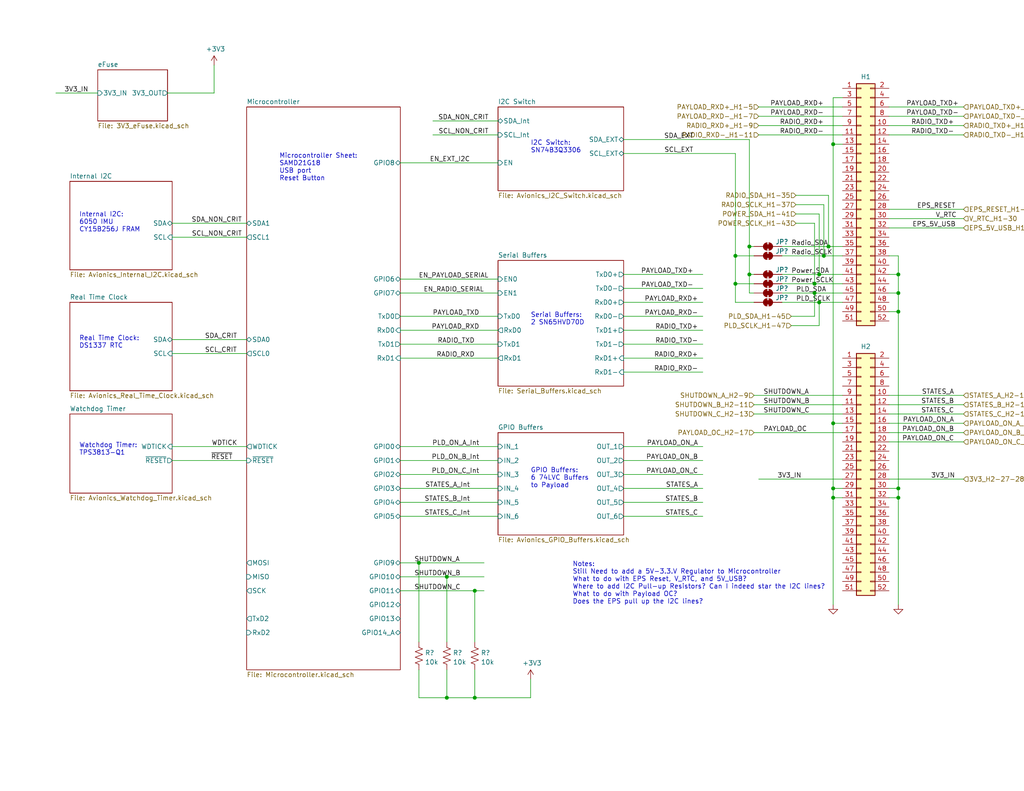
<source format=kicad_sch>
(kicad_sch (version 20211123) (generator eeschema)
  (paper "A")
  (title_block (title "Avionics Board") (rev "A") (company "SilverSat Limited"))
  (lib_symbols
    (symbol "Connector_Generic:Conn_02x26_Odd_Even" (pin_names (offset 1.016) hide)
      (property "Reference" "J" (at 1.27 33.02 0))
      (property "Value" "Conn_02x26_Odd_Even" (at 1.27 -35.56 0))
      (symbol "Conn_02x26_Odd_Even_1_1"
        (rectangle (start -1.27 -32.893) (end 0 -33.147) (stroke (width 0.1524)))
        (rectangle (start -1.27 -30.353) (end 0 -30.607) (stroke (width 0.1524)))
        (rectangle (start -1.27 -27.813) (end 0 -28.067) (stroke (width 0.1524)))
        (rectangle (start -1.27 -25.273) (end 0 -25.527) (stroke (width 0.1524)))
        (rectangle (start -1.27 -22.733) (end 0 -22.987) (stroke (width 0.1524)))
        (rectangle (start -1.27 -20.193) (end 0 -20.447) (stroke (width 0.1524)))
        (rectangle (start -1.27 -17.653) (end 0 -17.907) (stroke (width 0.1524)))
        (rectangle (start -1.27 -15.113) (end 0 -15.367) (stroke (width 0.1524)))
        (rectangle (start -1.27 -12.573) (end 0 -12.827) (stroke (width 0.1524)))
        (rectangle (start -1.27 -10.033) (end 0 -10.287) (stroke (width 0.1524)))
        (rectangle (start -1.27 -7.493) (end 0 -7.747) (stroke (width 0.1524)))
        (rectangle (start -1.27 -4.953) (end 0 -5.207) (stroke (width 0.1524)))
        (rectangle (start -1.27 -2.413) (end 0 -2.667) (stroke (width 0.1524)))
        (rectangle (start -1.27 0.127) (end 0 -0.127) (stroke (width 0.1524)))
        (rectangle (start -1.27 2.667) (end 0 2.413) (stroke (width 0.1524)))
        (rectangle (start -1.27 5.207) (end 0 4.953) (stroke (width 0.1524)))
        (rectangle (start -1.27 7.747) (end 0 7.493) (stroke (width 0.1524)))
        (rectangle (start -1.27 10.287) (end 0 10.033) (stroke (width 0.1524)))
        (rectangle (start -1.27 12.827) (end 0 12.573) (stroke (width 0.1524)))
        (rectangle (start -1.27 15.367) (end 0 15.113) (stroke (width 0.1524)))
        (rectangle (start -1.27 17.907) (end 0 17.653) (stroke (width 0.1524)))
        (rectangle (start -1.27 20.447) (end 0 20.193) (stroke (width 0.1524)))
        (rectangle (start -1.27 22.987) (end 0 22.733) (stroke (width 0.1524)))
        (rectangle (start -1.27 25.527) (end 0 25.273) (stroke (width 0.1524)))
        (rectangle (start -1.27 28.067) (end 0 27.813) (stroke (width 0.1524)))
        (rectangle (start -1.27 30.607) (end 0 30.353) (stroke (width 0.1524)))
        (rectangle (start -1.27 31.75) (end 3.81 -34.29) (stroke (width 0.254)) (fill (type background)))
        (rectangle (start 3.81 -32.893) (end 2.54 -33.147) (stroke (width 0.1524)))
        (rectangle (start 3.81 -30.353) (end 2.54 -30.607) (stroke (width 0.1524)))
        (rectangle (start 3.81 -27.813) (end 2.54 -28.067) (stroke (width 0.1524)))
        (rectangle (start 3.81 -25.273) (end 2.54 -25.527) (stroke (width 0.1524)))
        (rectangle (start 3.81 -22.733) (end 2.54 -22.987) (stroke (width 0.1524)))
        (rectangle (start 3.81 -20.193) (end 2.54 -20.447) (stroke (width 0.1524)))
        (rectangle (start 3.81 -17.653) (end 2.54 -17.907) (stroke (width 0.1524)))
        (rectangle (start 3.81 -15.113) (end 2.54 -15.367) (stroke (width 0.1524)))
        (rectangle (start 3.81 -12.573) (end 2.54 -12.827) (stroke (width 0.1524)))
        (rectangle (start 3.81 -10.033) (end 2.54 -10.287) (stroke (width 0.1524)))
        (rectangle (start 3.81 -7.493) (end 2.54 -7.747) (stroke (width 0.1524)))
        (rectangle (start 3.81 -4.953) (end 2.54 -5.207) (stroke (width 0.1524)))
        (rectangle (start 3.81 -2.413) (end 2.54 -2.667) (stroke (width 0.1524)))
        (rectangle (start 3.81 0.127) (end 2.54 -0.127) (stroke (width 0.1524)))
        (rectangle (start 3.81 2.667) (end 2.54 2.413) (stroke (width 0.1524)))
        (rectangle (start 3.81 5.207) (end 2.54 4.953) (stroke (width 0.1524)))
        (rectangle (start 3.81 7.747) (end 2.54 7.493) (stroke (width 0.1524)))
        (rectangle (start 3.81 10.287) (end 2.54 10.033) (stroke (width 0.1524)))
        (rectangle (start 3.81 12.827) (end 2.54 12.573) (stroke (width 0.1524)))
        (rectangle (start 3.81 15.367) (end 2.54 15.113) (stroke (width 0.1524)))
        (rectangle (start 3.81 17.907) (end 2.54 17.653) (stroke (width 0.1524)))
        (rectangle (start 3.81 20.447) (end 2.54 20.193) (stroke (width 0.1524)))
        (rectangle (start 3.81 22.987) (end 2.54 22.733) (stroke (width 0.1524)))
        (rectangle (start 3.81 25.527) (end 2.54 25.273) (stroke (width 0.1524)))
        (rectangle (start 3.81 28.067) (end 2.54 27.813) (stroke (width 0.1524)))
        (rectangle (start 3.81 30.607) (end 2.54 30.353) (stroke (width 0.1524)))
        (pin passive line (at -5.08 30.48 0) (length 3.81) (name "Pin_1") (number "1"))
        (pin passive line (at 7.62 20.32 180) (length 3.81) (name "Pin_10") (number "10"))
        (pin passive line (at -5.08 17.78 0) (length 3.81) (name "Pin_11") (number "11"))
        (pin passive line (at 7.62 17.78 180) (length 3.81) (name "Pin_12") (number "12"))
        (pin passive line (at -5.08 15.24 0) (length 3.81) (name "Pin_13") (number "13"))
        (pin passive line (at 7.62 15.24 180) (length 3.81) (name "Pin_14") (number "14"))
        (pin passive line (at -5.08 12.7 0) (length 3.81) (name "Pin_15") (number "15"))
        (pin passive line (at 7.62 12.7 180) (length 3.81) (name "Pin_16") (number "16"))
        (pin passive line (at -5.08 10.16 0) (length 3.81) (name "Pin_17") (number "17"))
        (pin passive line (at 7.62 10.16 180) (length 3.81) (name "Pin_18") (number "18"))
        (pin passive line (at -5.08 7.62 0) (length 3.81) (name "Pin_19") (number "19"))
        (pin passive line (at 7.62 30.48 180) (length 3.81) (name "Pin_2") (number "2"))
        (pin passive line (at 7.62 7.62 180) (length 3.81) (name "Pin_20") (number "20"))
        (pin passive line (at -5.08 5.08 0) (length 3.81) (name "Pin_21") (number "21"))
        (pin passive line (at 7.62 5.08 180) (length 3.81) (name "Pin_22") (number "22"))
        (pin passive line (at -5.08 2.54 0) (length 3.81) (name "Pin_23") (number "23"))
        (pin passive line (at 7.62 2.54 180) (length 3.81) (name "Pin_24") (number "24"))
        (pin passive line (at -5.08 0 0) (length 3.81) (name "Pin_25") (number "25"))
        (pin passive line (at 7.62 0 180) (length 3.81) (name "Pin_26") (number "26"))
        (pin passive line (at -5.08 -2.54 0) (length 3.81) (name "Pin_27") (number "27"))
        (pin passive line (at 7.62 -2.54 180) (length 3.81) (name "Pin_28") (number "28"))
        (pin passive line (at -5.08 -5.08 0) (length 3.81) (name "Pin_29") (number "29"))
        (pin passive line (at -5.08 27.94 0) (length 3.81) (name "Pin_3") (number "3"))
        (pin passive line (at 7.62 -5.08 180) (length 3.81) (name "Pin_30") (number "30"))
        (pin passive line (at -5.08 -7.62 0) (length 3.81) (name "Pin_31") (number "31"))
        (pin passive line (at 7.62 -7.62 180) (length 3.81) (name "Pin_32") (number "32"))
        (pin passive line (at -5.08 -10.16 0) (length 3.81) (name "Pin_33") (number "33"))
        (pin passive line (at 7.62 -10.16 180) (length 3.81) (name "Pin_34") (number "34"))
        (pin passive line (at -5.08 -12.7 0) (length 3.81) (name "Pin_35") (number "35"))
        (pin passive line (at 7.62 -12.7 180) (length 3.81) (name "Pin_36") (number "36"))
        (pin passive line (at -5.08 -15.24 0) (length 3.81) (name "Pin_37") (number "37"))
        (pin passive line (at 7.62 -15.24 180) (length 3.81) (name "Pin_38") (number "38"))
        (pin passive line (at -5.08 -17.78 0) (length 3.81) (name "Pin_39") (number "39"))
        (pin passive line (at 7.62 27.94 180) (length 3.81) (name "Pin_4") (number "4"))
        (pin passive line (at 7.62 -17.78 180) (length 3.81) (name "Pin_40") (number "40"))
        (pin passive line (at -5.08 -20.32 0) (length 3.81) (name "Pin_41") (number "41"))
        (pin passive line (at 7.62 -20.32 180) (length 3.81) (name "Pin_42") (number "42"))
        (pin passive line (at -5.08 -22.86 0) (length 3.81) (name "Pin_43") (number "43"))
        (pin passive line (at 7.62 -22.86 180) (length 3.81) (name "Pin_44") (number "44"))
        (pin passive line (at -5.08 -25.4 0) (length 3.81) (name "Pin_45") (number "45"))
        (pin passive line (at 7.62 -25.4 180) (length 3.81) (name "Pin_46") (number "46"))
        (pin passive line (at -5.08 -27.94 0) (length 3.81) (name "Pin_47") (number "47"))
        (pin passive line (at 7.62 -27.94 180) (length 3.81) (name "Pin_48") (number "48"))
        (pin passive line (at -5.08 -30.48 0) (length 3.81) (name "Pin_49") (number "49"))
        (pin passive line (at -5.08 25.4 0) (length 3.81) (name "Pin_5") (number "5"))
        (pin passive line (at 7.62 -30.48 180) (length 3.81) (name "Pin_50") (number "50"))
        (pin passive line (at -5.08 -33.02 0) (length 3.81) (name "Pin_51") (number "51"))
        (pin passive line (at 7.62 -33.02 180) (length 3.81) (name "Pin_52") (number "52"))
        (pin passive line (at 7.62 25.4 180) (length 3.81) (name "Pin_6") (number "6"))
        (pin passive line (at -5.08 22.86 0) (length 3.81) (name "Pin_7") (number "7"))
        (pin passive line (at 7.62 22.86 180) (length 3.81) (name "Pin_8") (number "8"))
        (pin passive line (at -5.08 20.32 0) (length 3.81) (name "Pin_9") (number "9"))
      )
    )
    (symbol "Device:R_US" (pin_numbers hide) (pin_names (offset 0))
      (property "Reference" "R" (at 2.54 0 90))
      (property "Value" "R_US" (at -2.54 0 90))
      (symbol "R_US_0_1"
        (polyline (pts (xy 0 -2.286) (xy 0 -2.54)))
        (polyline (pts (xy 0 2.286) (xy 0 2.54)))
        (polyline (pts (xy 0 -0.762) (xy 1.016 -1.143) (xy 0 -1.524) (xy -1.016 -1.905) (xy 0 -2.286)))
        (polyline (pts (xy 0 0.762) (xy 1.016 0.381) (xy 0 0) (xy -1.016 -0.381) (xy 0 -0.762)))
        (polyline (pts (xy 0 2.286) (xy 1.016 1.905) (xy 0 1.524) (xy -1.016 1.143) (xy 0 0.762)))
      )
      (symbol "R_US_1_1"
        (pin passive line (at 0 3.81 270) (length 1.27) (name "~") (number "1"))
        (pin passive line (at 0 -3.81 90) (length 1.27) (name "~") (number "2"))
      )
    )
    (symbol "Jumper:SolderJumper_2_Bridged" (pin_numbers hide) (pin_names (offset 0) hide)
      (property "Reference" "JP" (at 0 2.032 0))
      (property "Value" "SolderJumper_2_Bridged" (at 0 -2.54 0))
      (symbol "SolderJumper_2_Bridged_0_1"
        (rectangle (start -0.508 0.508) (end 0.508 -0.508) (fill (type outline)))
        (arc (start -0.254 1.016) (mid -1.27 0) (end -0.254 -1.016))
        (arc (start -0.254 1.016) (mid -1.27 0) (end -0.254 -1.016) (fill (type outline)))
        (polyline (pts (xy -0.254 1.016) (xy -0.254 -1.016)))
        (polyline (pts (xy 0.254 1.016) (xy 0.254 -1.016)))
        (arc (start 0.254 -1.016) (mid 1.27 0) (end 0.254 1.016))
        (arc (start 0.254 -1.016) (mid 1.27 0) (end 0.254 1.016) (fill (type outline)))
      )
      (symbol "SolderJumper_2_Bridged_1_1"
        (pin passive line (at -3.81 0 0) (length 2.54) (name "A") (number "1"))
        (pin passive line (at 3.81 0 180) (length 2.54) (name "B") (number "2"))
      )
    )
    (symbol "SolderJumper_2_Bridged_1" (pin_numbers hide) (pin_names (offset 0) hide)
      (property "Reference" "JP" (at 0 2.032 0))
      (property "Value" "SolderJumper_2_Bridged_1" (at 0 -2.54 0))
      (symbol "SolderJumper_2_Bridged_1_0_1"
        (rectangle (start -0.508 0.508) (end 0.508 -0.508) (fill (type outline)))
        (arc (start -0.254 1.016) (mid -1.27 0) (end -0.254 -1.016))
        (arc (start -0.254 1.016) (mid -1.27 0) (end -0.254 -1.016) (fill (type outline)))
        (polyline (pts (xy -0.254 1.016) (xy -0.254 -1.016)))
        (polyline (pts (xy 0.254 1.016) (xy 0.254 -1.016)))
        (arc (start 0.254 -1.016) (mid 1.27 0) (end 0.254 1.016))
        (arc (start 0.254 -1.016) (mid 1.27 0) (end 0.254 1.016) (fill (type outline)))
      )
      (symbol "SolderJumper_2_Bridged_1_1_1"
        (pin passive line (at -3.81 0 0) (length 2.54) (name "A") (number "1"))
        (pin passive line (at 3.81 0 180) (length 2.54) (name "B") (number "2"))
      )
    )
    (symbol "power:+3.3V" (power) (pin_names (offset 0))
      (property "Value" "+3.3V" (at 0 3.556 0))
      (symbol "+3.3V_0_1"
        (polyline (pts (xy -0.762 1.27) (xy 0 2.54)))
        (polyline (pts (xy 0 0) (xy 0 2.54)))
        (polyline (pts (xy 0 2.54) (xy 0.762 1.27)))
      )
      (symbol "+3.3V_1_1"
        (pin power_in line (at 0 0 90) (length 0) hide (name "+3V3") (number "1"))
      )
    )
    (symbol "power:GND" (power) (pin_names (offset 0))
      (property "Value" "GND" (at 0 -3.81 0))
      (symbol "GND_0_1"
        (polyline (pts (xy 0 0) (xy 0 -1.27) (xy 1.27 -1.27) (xy 0 -2.54) (xy -1.27 -1.27) (xy 0 -1.27)))
      )
      (symbol "GND_1_1"
        (pin power_in line (at 0 0 270) (length 0) hide (name "GND") (number "1"))
      )
    )
  )
  (junction (at 227.33 39.37))
  (junction (at 245.11 135.89))
  (junction (at 129.54 161.29))
  (junction (at 227.33 135.89))
  (junction (at 223.52 82.55))
  (junction (at 227.33 133.35))
  (junction (at 129.54 190.5))
  (junction (at 245.11 80.01))
  (junction (at 224.79 69.85))
  (junction (at 245.11 85.09))
  (junction (at 204.47 67.31))
  (junction (at 222.25 77.47))
  (junction (at 114.3 153.67))
  (junction (at 200.66 77.47))
  (junction (at 245.11 74.93))
  (junction (at 226.06 67.31))
  (junction (at 227.33 115.57))
  (junction (at 121.92 157.48))
  (junction (at 121.92 190.5))
  (junction (at 204.47 74.93))
  (junction (at 223.52 74.93))
  (junction (at 200.66 69.85))
  (junction (at 222.25 80.01))
  (junction (at 245.11 133.35))
  (wire (pts (xy 121.92 190.5) (xy 129.54 190.5)))
  (wire (pts (xy 245.11 133.35) (xy 245.11 135.89)))
  (wire (pts (xy 242.57 113.03) (xy 262.89 113.03)))
  (wire (pts (xy 207.01 29.21) (xy 229.87 29.21)))
  (wire (pts (xy 67.31 64.77) (xy 46.99 64.77)))
  (wire (pts (xy 227.33 135.89) (xy 229.87 135.89)))
  (wire (pts (xy 222.25 77.47) (xy 229.87 77.47)))
  (wire (pts (xy 227.33 115.57) (xy 227.33 133.35)))
  (wire (pts (xy 242.57 110.49) (xy 262.89 110.49)))
  (wire (pts (xy 213.36 77.47) (xy 222.25 77.47)))
  (wire (pts (xy 46.99 96.52) (xy 67.31 96.52)))
  (wire (pts (xy 135.89 76.2) (xy 109.22 76.2)))
  (wire (pts (xy 26.67 25.4) (xy 15.24 25.4)))
  (wire (pts (xy 109.22 137.16) (xy 135.89 137.16)))
  (wire (pts (xy 242.57 59.69) (xy 262.89 59.69)))
  (wire (pts (xy 200.66 69.85) (xy 200.66 77.47)))
  (wire (pts (xy 204.47 38.1) (xy 204.47 67.31)))
  (wire (pts (xy 109.22 121.92) (xy 135.89 121.92)))
  (wire (pts (xy 46.99 121.92) (xy 67.31 121.92)))
  (wire (pts (xy 227.33 133.35) (xy 229.87 133.35)))
  (wire (pts (xy 245.11 74.93) (xy 245.11 80.01)))
  (wire (pts (xy 170.18 86.36) (xy 191.77 86.36)))
  (wire (pts (xy 213.36 82.55) (xy 223.52 82.55)))
  (wire (pts (xy 242.57 29.21) (xy 262.89 29.21)))
  (wire (pts (xy 200.66 41.91) (xy 200.66 69.85)))
  (wire (pts (xy 222.25 60.96) (xy 222.25 77.47)))
  (wire (pts (xy 242.57 135.89) (xy 245.11 135.89)))
  (wire (pts (xy 135.89 33.02) (xy 118.11 33.02)))
  (wire (pts (xy 135.89 44.45) (xy 109.22 44.45)))
  (wire (pts (xy 242.57 69.85) (xy 245.11 69.85)))
  (wire (pts (xy 109.22 153.67) (xy 114.3 153.67)))
  (wire (pts (xy 170.18 121.92) (xy 191.77 121.92)))
  (wire (pts (xy 227.33 26.67) (xy 229.87 26.67)))
  (wire (pts (xy 135.89 97.79) (xy 109.22 97.79)))
  (wire (pts (xy 205.74 82.55) (xy 200.66 82.55)))
  (wire (pts (xy 213.36 74.93) (xy 223.52 74.93)))
  (wire (pts (xy 223.52 88.9) (xy 223.52 82.55)))
  (wire (pts (xy 205.74 80.01) (xy 204.47 80.01)))
  (wire (pts (xy 114.3 175.26) (xy 114.3 153.67)))
  (wire (pts (xy 67.31 92.71) (xy 46.99 92.71)))
  (wire (pts (xy 200.66 69.85) (xy 205.74 69.85)))
  (wire (pts (xy 204.47 74.93) (xy 204.47 80.01)))
  (wire (pts (xy 226.06 67.31) (xy 229.87 67.31)))
  (wire (pts (xy 129.54 161.29) (xy 132.08 161.29)))
  (wire (pts (xy 242.57 36.83) (xy 262.89 36.83)))
  (wire (pts (xy 114.3 182.88) (xy 114.3 190.5)))
  (wire (pts (xy 227.33 39.37) (xy 227.33 115.57)))
  (wire (pts (xy 170.18 140.97) (xy 191.77 140.97)))
  (wire (pts (xy 45.72 25.4) (xy 58.42 25.4)))
  (wire (pts (xy 223.52 58.42) (xy 223.52 74.93)))
  (wire (pts (xy 207.01 31.75) (xy 229.87 31.75)))
  (wire (pts (xy 242.57 107.95) (xy 262.89 107.95)))
  (wire (pts (xy 245.11 69.85) (xy 245.11 74.93)))
  (wire (pts (xy 170.18 74.93) (xy 191.77 74.93)))
  (wire (pts (xy 213.36 80.01) (xy 222.25 80.01)))
  (wire (pts (xy 217.17 60.96) (xy 222.25 60.96)))
  (wire (pts (xy 242.57 62.23) (xy 262.89 62.23)))
  (wire (pts (xy 170.18 125.73) (xy 191.77 125.73)))
  (wire (pts (xy 67.31 125.73) (xy 46.99 125.73)))
  (wire (pts (xy 242.57 34.29) (xy 262.89 34.29)))
  (wire (pts (xy 205.74 107.95) (xy 229.87 107.95)))
  (wire (pts (xy 114.3 153.67) (xy 132.08 153.67)))
  (wire (pts (xy 242.57 57.15) (xy 262.89 57.15)))
  (wire (pts (xy 170.18 129.54) (xy 191.77 129.54)))
  (wire (pts (xy 207.01 36.83) (xy 229.87 36.83)))
  (wire (pts (xy 109.22 93.98) (xy 135.89 93.98)))
  (wire (pts (xy 242.57 130.81) (xy 262.89 130.81)))
  (wire (pts (xy 170.18 101.6) (xy 191.77 101.6)))
  (wire (pts (xy 135.89 90.17) (xy 109.22 90.17)))
  (wire (pts (xy 170.18 90.17) (xy 191.77 90.17)))
  (wire (pts (xy 170.18 133.35) (xy 191.77 133.35)))
  (wire (pts (xy 242.57 74.93) (xy 245.11 74.93)))
  (wire (pts (xy 204.47 67.31) (xy 204.47 74.93)))
  (wire (pts (xy 227.33 115.57) (xy 229.87 115.57)))
  (wire (pts (xy 217.17 58.42) (xy 223.52 58.42)))
  (wire (pts (xy 227.33 135.89) (xy 227.33 165.1)))
  (wire (pts (xy 204.47 67.31) (xy 205.74 67.31)))
  (wire (pts (xy 170.18 82.55) (xy 191.77 82.55)))
  (wire (pts (xy 227.33 26.67) (xy 227.33 39.37)))
  (wire (pts (xy 217.17 53.34) (xy 226.06 53.34)))
  (wire (pts (xy 121.92 157.48) (xy 132.08 157.48)))
  (wire (pts (xy 242.57 120.65) (xy 262.89 120.65)))
  (wire (pts (xy 121.92 182.88) (xy 121.92 190.5)))
  (wire (pts (xy 135.89 133.35) (xy 109.22 133.35)))
  (wire (pts (xy 224.79 55.88) (xy 224.79 69.85)))
  (wire (pts (xy 205.74 110.49) (xy 229.87 110.49)))
  (wire (pts (xy 204.47 74.93) (xy 205.74 74.93)))
  (wire (pts (xy 135.89 36.83) (xy 118.11 36.83)))
  (wire (pts (xy 207.01 130.81) (xy 229.87 130.81)))
  (wire (pts (xy 224.79 69.85) (xy 229.87 69.85)))
  (wire (pts (xy 215.9 88.9) (xy 223.52 88.9)))
  (wire (pts (xy 129.54 182.88) (xy 129.54 190.5)))
  (wire (pts (xy 135.89 80.01) (xy 109.22 80.01)))
  (wire (pts (xy 245.11 85.09) (xy 245.11 133.35)))
  (wire (pts (xy 205.74 113.03) (xy 229.87 113.03)))
  (wire (pts (xy 129.54 190.5) (xy 144.78 190.5)))
  (wire (pts (xy 222.25 86.36) (xy 222.25 80.01)))
  (wire (pts (xy 223.52 82.55) (xy 229.87 82.55)))
  (wire (pts (xy 242.57 31.75) (xy 262.89 31.75)))
  (wire (pts (xy 200.66 77.47) (xy 205.74 77.47)))
  (wire (pts (xy 135.89 125.73) (xy 109.22 125.73)))
  (wire (pts (xy 58.42 25.4) (xy 58.42 17.78)))
  (wire (pts (xy 213.36 69.85) (xy 224.79 69.85)))
  (wire (pts (xy 121.92 157.48) (xy 121.92 175.26)))
  (wire (pts (xy 213.36 67.31) (xy 226.06 67.31)))
  (wire (pts (xy 109.22 129.54) (xy 135.89 129.54)))
  (wire (pts (xy 205.74 118.11) (xy 229.87 118.11)))
  (wire (pts (xy 170.18 38.1) (xy 204.47 38.1)))
  (wire (pts (xy 245.11 80.01) (xy 245.11 85.09)))
  (wire (pts (xy 242.57 115.57) (xy 262.89 115.57)))
  (wire (pts (xy 227.33 133.35) (xy 227.33 135.89)))
  (wire (pts (xy 200.66 77.47) (xy 200.66 82.55)))
  (wire (pts (xy 109.22 86.36) (xy 135.89 86.36)))
  (wire (pts (xy 170.18 137.16) (xy 191.77 137.16)))
  (wire (pts (xy 242.57 133.35) (xy 245.11 133.35)))
  (wire (pts (xy 217.17 55.88) (xy 224.79 55.88)))
  (wire (pts (xy 46.99 60.96) (xy 67.31 60.96)))
  (wire (pts (xy 242.57 80.01) (xy 245.11 80.01)))
  (wire (pts (xy 245.11 135.89) (xy 245.11 165.1)))
  (wire (pts (xy 129.54 161.29) (xy 129.54 175.26)))
  (wire (pts (xy 170.18 78.74) (xy 191.77 78.74)))
  (wire (pts (xy 144.78 185.42) (xy 144.78 190.5)))
  (wire (pts (xy 170.18 93.98) (xy 191.77 93.98)))
  (wire (pts (xy 215.9 86.36) (xy 222.25 86.36)))
  (wire (pts (xy 226.06 53.34) (xy 226.06 67.31)))
  (wire (pts (xy 109.22 161.29) (xy 129.54 161.29)))
  (wire (pts (xy 242.57 118.11) (xy 262.89 118.11)))
  (wire (pts (xy 135.89 140.97) (xy 109.22 140.97)))
  (wire (pts (xy 223.52 74.93) (xy 229.87 74.93)))
  (wire (pts (xy 114.3 190.5) (xy 121.92 190.5)))
  (wire (pts (xy 170.18 41.91) (xy 200.66 41.91)))
  (wire (pts (xy 109.22 157.48) (xy 121.92 157.48)))
  (wire (pts (xy 222.25 80.01) (xy 229.87 80.01)))
  (wire (pts (xy 227.33 39.37) (xy 229.87 39.37)))
  (wire (pts (xy 170.18 97.79) (xy 191.77 97.79)))
  (wire (pts (xy 207.01 34.29) (xy 229.87 34.29)))
  (wire (pts (xy 242.57 85.09) (xy 245.11 85.09)))
  (text "GPIO Buffers:\n6 74LVC Buffers\nto Payload" (at 144.78 133.35 0) (effects (font (size 1.27 1.27)) (justify left bottom)))
  (text "Serial Buffers:\n2 SN65HVD70D" (at 144.78 88.9 0) (effects (font (size 1.27 1.27)) (justify left bottom)))
  (text "Watchdog Timer:\nTPS3813-Q1 " (at 21.59 124.46 0) (effects (font (size 1.27 1.27)) (justify left bottom)))
  (text "Real Time Clock:\nDS1337 RTC" (at 21.59 95.25 0) (effects (font (size 1.27 1.27)) (justify left bottom)))
  (text "Microcontroller Sheet:\nSAMD21G18\nUSB port\nReset Button" (at 76.2 49.53 0) (effects (font (size 1.27 1.27)) (justify left bottom)))
  (text "Notes:\nStill Need to add a 5V-3.3.V Regulator to Microcontroller\nWhat to do with EPS Reset, V_RTC, and 5V_USB?\nWhere to add I2C Pull-up Resistors? Can I indeed star the I2C lines?\nWhat to do with Payload OC?\nDoes the EPS pull up the I2C lines?" (at 156.21 165.1 0) (effects (font (size 1.27 1.27)) (justify left bottom)))
  (text "Internal I2C:\n6050 IMU\nCY15B256J FRAM" (at 21.59 63.5 0) (effects (font (size 1.27 1.27)) (justify left bottom)))
  (text "I2C Switch:\nSN74B3Q3306" (at 144.78 41.91 0) (effects (font (size 1.27 1.27)) (justify left bottom)))
  (label "SDA_NON_CRIT" (at 66.04 60.96 180))
  (label "PLD_ON_C_Int" (at 130.81 129.54 180))
  (label "SHUTDOWN_B" (at 113.03 157.48 0))
  (label "SCL_NON_CRIT" (at 133.35 36.83 180))
  (label "RADIO_TXD-" (at 260.35 36.83 180))
  (label "PAYLOAD_OC" (at 208.28 118.11 0))
  (label "PAYLOAD_ON_B" (at 260.35 118.11 180))
  (label "RADIO_TXD+" (at 190.5 90.17 180))
  (label "3V3_IN" (at 24.13 25.4 180))
  (label "STATES_C" (at 260.35 113.03 180))
  (label "PAYLOAD_ON_A" (at 190.5 121.92 180))
  (label "SDA_CRIT" (at 55.88 92.71 0))
  (label "PAYLOAD_ON_A" (at 260.35 115.57 180))
  (label "PAYLOAD_RXD-" (at 224.79 31.75 180))
  (label "3V3_IN" (at 212.09 130.81 0))
  (label "PAYLOAD_TXD+" (at 261.62 29.21 180))
  (label "EN_PAYLOAD_SERIAL" (at 133.35 76.2 180))
  (label "RADIO_RXD" (at 129.54 97.79 180))
  (label "PAYLOAD_RXD+" (at 190.5 82.55 180))
  (label "PAYLOAD_ON_B" (at 190.5 125.73 180))
  (label "SHUTDOWN_C" (at 208.28 113.03 0))
  (label "STATES_B" (at 190.5 137.16 180))
  (label "EN_RADIO_SERIAL" (at 132.08 80.01 180))
  (label "RADIO_RXD+" (at 224.79 34.29 180))
  (label "SHUTDOWN_B" (at 208.28 110.49 0))
  (label "Radio_SDA" (at 215.9 67.31 0))
  (label "RADIO_RXD+" (at 190.5 97.79 180))
  (label "WDTICK" (at 64.77 121.92 180))
  (label "RADIO_RXD-" (at 224.79 36.83 180))
  (label "~{RESET}" (at 63.5 125.73 180))
  (label "PLD_ON_A_Int" (at 130.81 121.92 180))
  (label "Radio_SCLK" (at 215.9 69.85 0))
  (label "STATES_A_Int" (at 128.27 133.35 180))
  (label "RADIO_TXD" (at 129.54 93.98 180))
  (label "PAYLOAD_TXD-" (at 261.62 31.75 180))
  (label "PAYLOAD_ON_C" (at 190.5 129.54 180))
  (label "3V3_IN" (at 254 130.81 0))
  (label "Power_SCLK" (at 215.9 77.47 0))
  (label "PLD_SCLK" (at 217.17 82.55 0))
  (label "RADIO_RXD-" (at 190.5 101.6 180))
  (label "EN_EXT_I2C" (at 128.27 44.45 180))
  (label "SHUTDOWN_C" (at 113.03 161.29 0))
  (label "STATES_B_Int" (at 128.27 137.16 180))
  (label "PAYLOAD_TXD-" (at 189.23 78.74 180))
  (label "PAYLOAD_ON_C" (at 260.35 120.65 180))
  (label "PAYLOAD_RXD" (at 130.81 90.17 180))
  (label "STATES_A" (at 260.35 107.95 180))
  (label "SCL_EXT" (at 189.23 41.91 180))
  (label "RADIO_TXD+" (at 260.35 34.29 180))
  (label "SCL_CRIT" (at 55.88 96.52 0))
  (label "EPS_5V_USB" (at 248.92 62.23 0))
  (label "SDA_EXT" (at 189.23 38.1 180))
  (label "STATES_A" (at 190.5 133.35 180))
  (label "PAYLOAD_RXD+" (at 224.79 29.21 180))
  (label "SDA_NON_CRIT" (at 133.35 33.02 180))
  (label "PLD_SDA" (at 217.17 80.01 0))
  (label "RADIO_TXD-" (at 190.5 93.98 180))
  (label "SHUTDOWN_A" (at 113.03 153.67 0))
  (label "EPS_RESET" (at 250.19 57.15 0))
  (label "SCL_NON_CRIT" (at 66.04 64.77 180))
  (label "STATES_C" (at 190.5 140.97 180))
  (label "V_RTC" (at 255.27 59.69 0))
  (label "PAYLOAD_TXD" (at 130.81 86.36 180))
  (label "PAYLOAD_RXD-" (at 190.5 86.36 180))
  (label "STATES_C_Int" (at 128.27 140.97 180))
  (label "Power_SDA" (at 215.9 74.93 0))
  (label "SHUTDOWN_A" (at 208.28 107.95 0))
  (label "PLD_ON_B_Int" (at 130.81 125.73 180))
  (label "STATES_B" (at 260.35 110.49 180))
  (label "PAYLOAD_TXD+" (at 189.23 74.93 180))
  (hierarchical_label "PAYLOAD_ON_C_H2-20" (shape input) (at 262.89 120.65 0))
  (hierarchical_label "RADIO_SCLK_H1-37" (shape input) (at 217.17 55.88 180))
  (hierarchical_label "PAYLOAD_TXD-_H1-8" (shape input) (at 262.89 31.75 0))
  (hierarchical_label "SHUTDOWN_B_H2-11" (shape input) (at 205.74 110.49 180))
  (hierarchical_label "3V3_H2-27-28" (shape input) (at 262.89 130.81 0))
  (hierarchical_label "STATES_B_H2-12" (shape input) (at 262.89 110.49 0))
  (hierarchical_label "RADIO_RXD+_H1-9" (shape input) (at 207.01 34.29 180))
  (hierarchical_label "RADIO_SDA_H1-35" (shape input) (at 217.17 53.34 180))
  (hierarchical_label "PAYLOAD_ON_B_H2-18" (shape input) (at 262.89 118.11 0))
  (hierarchical_label "EPS_RESET_H1-28" (shape input) (at 262.89 57.15 0))
  (hierarchical_label "SHUTDOWN_A_H2-9" (shape input) (at 205.74 107.95 180))
  (hierarchical_label "PAYLOAD_RXD+_H1-5" (shape input) (at 207.01 29.21 180))
  (hierarchical_label "EPS_5V_USB_H1-32" (shape input) (at 262.89 62.23 0))
  (hierarchical_label "STATES_C_H2-14" (shape input) (at 262.89 113.03 0))
  (hierarchical_label "RADIO_TXD+_H1-10" (shape input) (at 262.89 34.29 0))
  (hierarchical_label "RADIO_TXD-_H1-12" (shape input) (at 262.89 36.83 0))
  (hierarchical_label "SHUTDOWN_C_H2-13" (shape input) (at 205.74 113.03 180))
  (hierarchical_label "RADIO_RXD-_H1-11" (shape input) (at 207.01 36.83 180))
  (hierarchical_label "POWER_SDA_H1-41" (shape input) (at 217.17 58.42 180))
  (hierarchical_label "STATES_A_H2-10" (shape input) (at 262.89 107.95 0))
  (hierarchical_label "PLD_SDA_H1-45" (shape input) (at 215.9 86.36 180))
  (hierarchical_label "POWER_SCLK_H1-43" (shape input) (at 217.17 60.96 180))
  (hierarchical_label "PAYLOAD_OC_H2-17" (shape input) (at 205.74 118.11 180))
  (hierarchical_label "V_RTC_H1-30" (shape input) (at 262.89 59.69 0))
  (hierarchical_label "PAYLOAD_TXD+_H1-6" (shape input) (at 262.89 29.21 0))
  (hierarchical_label "PAYLOAD_RXD-_H1-7" (shape input) (at 207.01 31.75 180))
  (hierarchical_label "PAYLOAD_ON_A_H2-16" (shape input) (at 262.89 115.57 0))
  (hierarchical_label "PLD_SCLK_H1-47" (shape input) (at 215.9 88.9 180))
  (symbol (lib_id "Connector_Generic:Conn_02x26_Odd_Even") (at 234.95 54.61 0) (unit 1)
    (property "Reference" "H1" (at 236.22 20.955 0))
    (property "Value" "Conn_02x26_Odd_Even" (effects hide))
  )
  (symbol (lib_id "Connector_Generic:Conn_02x26_Odd_Even") (at 234.95 128.27 0) (unit 1)
    (property "Reference" "H2" (at 236.22 94.615 0))
    (property "Value" "Conn_02x26_Odd_Even" (effects hide))
  )
  (symbol (lib_id "power:+3.3V") (at 58.42 17.78 0) (unit 1)
    (property "Reference" "#PWR?" (effects hide))
    (property "Value" "+3.3V" (at 58.801 13.3858 0))
  )
  (symbol (lib_id "Device:R_US") (at 114.3 179.07 0) (unit 1)
    (property "Reference" "R?" (at 115.951 178.2353 0) (effects (justify left)))
    (property "Value" "10k" (at 115.951 180.7722 0) (effects (justify left)))
  )
  (symbol (lib_id "Jumper:SolderJumper_2_Bridged") (at 209.55 69.85 0) (unit 1)
    (property "Reference" "JP?" (at 213.36 68.58 0))
    (property "Value" "SolderJumper_2_Bridged" (effects hide))
  )
  (symbol (lib_id "power:GND") (at 245.11 165.1 0) (unit 1)
    (property "Reference" "#PWR?" (effects hide))
    (property "Value" "GND" (effects hide))
  )
  (symbol (lib_name "SolderJumper_2_Bridged_1") (lib_id "Jumper:SolderJumper_2_Bridged") (at 209.55 67.31 0) (unit 1)
    (property "Reference" "JP?" (at 213.36 66.04 0))
    (property "Value" "SolderJumper_2_Bridged" (effects hide))
  )
  (symbol (lib_id "Device:R_US") (at 121.92 179.07 0) (unit 1)
    (property "Reference" "R?" (at 123.571 178.2353 0) (effects (justify left)))
    (property "Value" "10k" (at 123.571 180.7722 0) (effects (justify left)))
  )
  (symbol (lib_id "Jumper:SolderJumper_2_Bridged") (at 209.55 77.47 0) (unit 1)
    (property "Reference" "JP?" (at 213.36 76.2 0))
    (property "Value" "SolderJumper_2_Bridged" (effects hide))
  )
  (symbol (lib_name "SolderJumper_2_Bridged_1") (lib_id "Jumper:SolderJumper_2_Bridged") (at 209.55 74.93 0) (unit 1)
    (property "Reference" "JP?" (at 213.36 73.66 0))
    (property "Value" "SolderJumper_2_Bridged" (effects hide))
  )
  (symbol (lib_id "Jumper:SolderJumper_2_Bridged") (at 209.55 82.55 0) (unit 1)
    (property "Reference" "JP?" (at 213.36 81.28 0))
    (property "Value" "SolderJumper_2_Bridged" (effects hide))
  )
  (symbol (lib_id "Device:R_US") (at 129.54 179.07 0) (unit 1)
    (property "Reference" "R?" (at 131.191 178.2353 0) (effects (justify left)))
    (property "Value" "10k" (at 131.191 180.7722 0) (effects (justify left)))
  )
  (symbol (lib_id "power:GND") (at 227.33 165.1 0) (unit 1)
    (property "Reference" "#PWR?" (effects hide))
    (property "Value" "GND" (effects hide))
  )
  (symbol (lib_id "power:+3.3V") (at 144.78 185.42 0) (unit 1)
    (property "Reference" "#PWR?" (effects hide))
    (property "Value" "+3.3V" (at 145.161 181.0258 0))
  )
  (symbol (lib_name "SolderJumper_2_Bridged_1") (lib_id "Jumper:SolderJumper_2_Bridged") (at 209.55 80.01 0) (unit 1)
    (property "Reference" "JP?" (at 213.36 78.74 0))
    (property "Value" "SolderJumper_2_Bridged" (effects hide))
  )
  (sheet (at 67.31 29.21) (size 41.91 153.67)
    (property "Sheet name" "Microcontroller" (at 67.31 28.4984 0) (effects (justify left bottom)))
    (property "Sheet file" "Microcontroller.kicad_sch" (at 67.31 183.4646 0) (effects (justify left top)))
    (pin "SCL0" output (at 67.31 96.52 180))
    (pin "SDA0" bidirectional (at 67.31 92.71 180))
    (pin "SDA1" bidirectional (at 67.31 60.96 180))
    (pin "~{RESET}" input (at 67.31 125.73 180))
    (pin "WDTICK" output (at 67.31 121.92 180))
    (pin "GPIO0" bidirectional (at 109.22 121.92 0))
    (pin "GPIO1" bidirectional (at 109.22 125.73 0))
    (pin "GPIO2" bidirectional (at 109.22 129.54 0))
    (pin "GPIO3" bidirectional (at 109.22 133.35 0))
    (pin "GPIO4" bidirectional (at 109.22 137.16 0))
    (pin "GPIO5" bidirectional (at 109.22 140.97 0))
    (pin "TxD0" output (at 109.22 86.36 0))
    (pin "RxD0" input (at 109.22 90.17 0))
    (pin "RxD1" input (at 109.22 97.79 0))
    (pin "TxD1" output (at 109.22 93.98 0))
    (pin "GPIO6" bidirectional (at 109.22 76.2 0))
    (pin "GPIO7" bidirectional (at 109.22 80.01 0))
    (pin "GPIO8" bidirectional (at 109.22 44.45 0))
    (pin "SCL1" output (at 67.31 64.77 180))
    (pin "MOSI" output (at 67.31 153.67 180))
    (pin "SCK" output (at 67.31 161.29 180))
    (pin "GPIO11" bidirectional (at 109.22 161.29 0))
    (pin "GPIO13" bidirectional (at 109.22 168.91 0))
    (pin "GPIO12" bidirectional (at 109.22 165.1 0))
    (pin "TxD2" output (at 67.31 168.91 180))
    (pin "MISO" input (at 67.31 157.48 180))
    (pin "RxD2" input (at 67.31 172.72 180))
    (pin "GPIO14_A" bidirectional (at 109.22 172.72 0))
    (pin "GPIO9" bidirectional (at 109.22 153.67 0))
    (pin "GPIO10" bidirectional (at 109.22 157.48 0))
  )
  (sheet (at 19.05 49.53) (size 27.94 24.13)
    (property "Sheet name" "Internal I2C" (at 19.05 48.8184 0) (effects (justify left bottom)))
    (property "Sheet file" "Avionics_Internal_I2C.kicad_sch" (at 19.05 74.2446 0) (effects (justify left top)))
    (pin "SDA" bidirectional (at 46.99 60.96 0))
    (pin "SCL" input (at 46.99 64.77 0))
  )
  (sheet (at 19.05 82.55) (size 27.94 24.13)
    (property "Sheet name" "Real Time Clock" (at 19.05 81.8384 0) (effects (justify left bottom)))
    (property "Sheet file" "Avionics_Real_Time_Clock.kicad_sch" (at 19.05 107.2646 0) (effects (justify left top)))
    (pin "SCL" input (at 46.99 96.52 0))
    (pin "SDA" bidirectional (at 46.99 92.71 0))
  )
  (sheet (at 19.05 113.03) (size 27.94 21.59)
    (property "Sheet name" "Watchdog Timer" (at 19.05 112.3184 0) (effects (justify left bottom)))
    (property "Sheet file" "Avionics_Watchdog_Timer.kicad_sch" (at 19.05 135.2046 0) (effects (justify left top)))
    (pin "~{RESET}" output (at 46.99 125.73 0))
    (pin "WDTICK" input (at 46.99 121.92 0))
  )
  (sheet (at 135.89 29.21) (size 34.29 22.86)
    (property "Sheet name" "I2C Switch" (at 135.89 28.4984 0) (effects (justify left bottom)))
    (property "Sheet file" "Avionics_I2C_Switch.kicad_sch" (at 135.89 52.6546 0) (effects (justify left top)))
    (pin "SDA_Int" bidirectional (at 135.89 33.02 180))
    (pin "SCL_Int" input (at 135.89 36.83 180))
    (pin "EN" input (at 135.89 44.45 180))
    (pin "SDA_EXT" bidirectional (at 170.18 38.1 0))
    (pin "SCL_EXT" bidirectional (at 170.18 41.91 0))
  )
  (sheet (at 135.89 71.12) (size 34.29 34.29)
    (property "Sheet name" "Serial Buffers" (at 135.89 70.4084 0) (effects (justify left bottom)))
    (property "Sheet file" "Serial_Buffers.kicad_sch" (at 135.89 105.9946 0) (effects (justify left top)))
    (pin "TxD0" input (at 135.89 86.36 180))
    (pin "RxD0" output (at 135.89 90.17 180))
    (pin "RxD1" output (at 135.89 97.79 180))
    (pin "TxD1" input (at 135.89 93.98 180))
    (pin "TxD0+" output (at 170.18 74.93 0))
    (pin "TxD0-" output (at 170.18 78.74 0))
    (pin "RxD0+" output (at 170.18 82.55 0))
    (pin "RxD0-" output (at 170.18 86.36 0))
    (pin "TxD1+" output (at 170.18 90.17 0))
    (pin "TxD1-" output (at 170.18 93.98 0))
    (pin "RxD1+" input (at 170.18 97.79 0))
    (pin "RxD1-" input (at 170.18 101.6 0))
    (pin "EN0" input (at 135.89 76.2 180))
    (pin "EN1" input (at 135.89 80.01 180))
  )
  (sheet (at 135.89 118.11) (size 34.29 27.94)
    (property "Sheet name" "GPIO Buffers" (at 135.89 117.3984 0) (effects (justify left bottom)))
    (property "Sheet file" "Avionics_GPIO_Buffers.kicad_sch" (at 135.89 146.6346 0) (effects (justify left top)))
    (pin "IN_1" input (at 135.89 121.92 180))
    (pin "IN_2" input (at 135.89 125.73 180))
    (pin "IN_3" input (at 135.89 129.54 180))
    (pin "IN_4" input (at 135.89 133.35 180))
    (pin "IN_5" input (at 135.89 137.16 180))
    (pin "IN_6" input (at 135.89 140.97 180))
    (pin "OUT_1" output (at 170.18 121.92 0))
    (pin "OUT_2" output (at 170.18 125.73 0))
    (pin "OUT_3" output (at 170.18 129.54 0))
    (pin "OUT_4" output (at 170.18 133.35 0))
    (pin "OUT_5" output (at 170.18 137.16 0))
    (pin "OUT_6" output (at 170.18 140.97 0))
  )
  (sheet (at 26.67 19.05) (size 19.05 13.97)
    (property "Sheet name" "eFuse" (at 26.67 18.3384 0) (effects (justify left bottom)))
    (property "Sheet file" "3V3_eFuse.kicad_sch" (at 26.67 33.6046 0) (effects (justify left top)))
    (pin "3V3_IN" input (at 26.67 25.4 180))
    (pin "3V3_OUT" output (at 45.72 25.4 0))
  )
)
</source>
